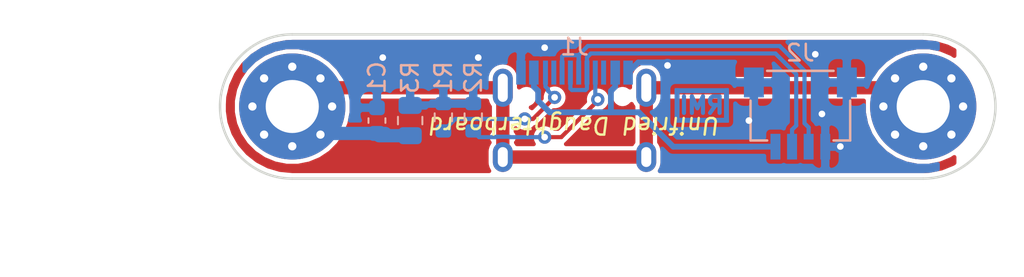
<source format=kicad_pcb>
(kicad_pcb (version 20211014) (generator pcbnew)
  (layers (0 "F.Cu" signal) (31 "B.Cu" signal) (34 "B.Paste" user) (35 "F.Paste" user) (36 "B.SilkS" user "B.Silkscreen") (37 "F.SilkS" user "F.Silkscreen") (38 "B.Mask" user) (39 "F.Mask" user) (44 "Edge.Cuts" user))
  (net 0 "")
  (net 1 "D+")
  (net 2 "GND")
  (net 3 "D-")
  (net 4 "VCC")
  (net 5 "Net-(J1-Pad10)")
  (net 6 "Net-(J1-Pad4)")
  (net 7 "Net-(J1-Pad9)")
  (net 8 "Net-(J1-Pad3)")
  (net 9 "SHIELD")
  (footprint "MountingHole:MountingHole_3.2mm_M3_Pad_Via" (layer "F.Cu") (at -54 5.65 180)
    (fp_text reference "MH2" hide)
    (fp_text value "Mount-M2")
    (pad "1" thru_hole circle locked (at 2.4 0 180) (size 0.8 0.8) (drill 0.5) (layers *.Cu *.Mask) (net 9 "SHIELD"))
    (pad "1" thru_hole circle locked (at -1.697056 -1.697056 180) (size 0.8 0.8) (drill 0.5) (layers *.Cu *.Mask) (net 9 "SHIELD"))
    (pad "1" thru_hole circle locked (at -2.4 0 180) (size 0.8 0.8) (drill 0.5) (layers *.Cu *.Mask) (net 9 "SHIELD"))
    (pad "1" thru_hole circle locked (at 0 0 180) (size 6.4 6.4) (drill 3.2) (layers *.Cu *.Mask) (net 9 "SHIELD"))
    (pad "1" thru_hole circle locked (at 0 2.4 180) (size 0.8 0.8) (drill 0.5) (layers *.Cu *.Mask) (net 9 "SHIELD"))
    (pad "1" thru_hole circle locked (at -1.697056 1.697056 180) (size 0.8 0.8) (drill 0.5) (layers *.Cu *.Mask) (net 9 "SHIELD"))
    (pad "1" thru_hole circle locked (at 0 -2.4 180) (size 0.8 0.8) (drill 0.5) (layers *.Cu *.Mask) (net 9 "SHIELD"))
    (pad "1" thru_hole circle locked (at 1.697056 -1.697056 180) (size 0.8 0.8) (drill 0.5) (layers *.Cu *.Mask) (net 9 "SHIELD"))
    (pad "1" thru_hole circle locked (at 1.697056 1.697056 180) (size 0.8 0.8) (drill 0.5) (layers *.Cu *.Mask) (net 9 "SHIELD"))
  )
  (footprint "MountingHole:MountingHole_3.2mm_M3_Pad_Via" (layer "F.Cu") (at -16 5.65 180)
    (fp_text reference "MH1" hide)
    (fp_text value "Mount-M2")
    (pad "1" thru_hole circle locked (at 1.697056 1.697056 180) (size 0.8 0.8) (drill 0.5) (layers *.Cu *.Mask) (net 9 "SHIELD"))
    (pad "1" thru_hole circle locked (at 1.697056 -1.697056 180) (size 0.8 0.8) (drill 0.5) (layers *.Cu *.Mask) (net 9 "SHIELD"))
    (pad "1" thru_hole circle locked (at -1.697056 1.697056 180) (size 0.8 0.8) (drill 0.5) (layers *.Cu *.Mask) (net 9 "SHIELD"))
    (pad "1" thru_hole circle locked (at 2.4 0 180) (size 0.8 0.8) (drill 0.5) (layers *.Cu *.Mask) (net 9 "SHIELD"))
    (pad "1" thru_hole circle locked (at 0 2.4 180) (size 0.8 0.8) (drill 0.5) (layers *.Cu *.Mask) (net 9 "SHIELD"))
    (pad "1" thru_hole circle locked (at 0 -2.4 180) (size 0.8 0.8) (drill 0.5) (layers *.Cu *.Mask) (net 9 "SHIELD"))
    (pad "1" thru_hole circle locked (at 0 0 180) (size 6.4 6.4) (drill 3.2) (layers *.Cu *.Mask) (net 9 "SHIELD"))
    (pad "1" thru_hole circle locked (at -2.4 0 180) (size 0.8 0.8) (drill 0.5) (layers *.Cu *.Mask) (net 9 "SHIELD"))
    (pad "1" thru_hole circle locked (at -1.697056 -1.697056 180) (size 0.8 0.8) (drill 0.5) (layers *.Cu *.Mask) (net 9 "SHIELD"))
  )
  (footprint "Resistor_SMD:R_0805_2012Metric" (layer "B.Cu") (at -46.9 6.5 -90)
    (fp_text reference "R3" (at -2.6 0 -90) (layer "B.SilkS") (effects (justify mirror)))
    (fp_text value "1M")
    (fp_line (start -0.227064 0.735) (end 0.227064 0.735) (layer "B.SilkS") (width 0.12))
    (fp_line (start -0.227064 -0.735) (end 0.227064 -0.735) (layer "B.SilkS") (width 0.12))
    (pad "1" smd roundrect locked (at -0.9125 0 270) (size 1.025 1.4) (layers "B.Cu" "B.Paste" "B.Mask") (roundrect_rratio 0.2439014634) (net 2 "GND"))
    (pad "2" smd roundrect locked (at 0.9125 0 270) (size 1.025 1.4) (layers "B.Cu" "B.Paste" "B.Mask") (roundrect_rratio 0.2439014634) (net 9 "SHIELD"))
  )
  (footprint "random-keyboard-parts:JST-SR-4" (layer "B.Cu") (at -23.4 3.3)
    (fp_text reference "J2" (at -0.005 -0.887 -180) (layer "B.SilkS") (effects (justify mirror)))
    (fp_text value "Conn_01x04")
    (fp_line (start -3 2) (end -3 4.4) (layer "B.SilkS") (width 0.15))
    (fp_line (start -3 4.4) (end -2 4.4) (layer "B.SilkS") (width 0.15))
    (fp_line (start 2 4.4) (end 3 4.4) (layer "B.SilkS") (width 0.15))
    (fp_line (start 3 4.4) (end 3 2) (layer "B.SilkS") (width 0.15))
    (fp_line (start 2 0.2) (end -2 0.2) (layer "B.SilkS") (width 0.15))
    (pad "1" smd rect locked (at -1.5 4.775) (size 0.6 1.55) (layers "B.Cu" "B.Paste" "B.Mask") (net 4 "VCC"))
    (pad "2" smd rect locked (at -0.5 4.775) (size 0.6 1.55) (layers "B.Cu" "B.Paste" "B.Mask") (net 3 "D-"))
    (pad "3" smd rect locked (at 0.5 4.775) (size 0.6 1.55) (layers "B.Cu" "B.Paste" "B.Mask") (net 1 "D+"))
    (pad "4" smd rect locked (at 1.5 4.775) (size 0.6 1.55) (layers "B.Cu" "B.Paste" "B.Mask") (net 2 "GND"))
    (pad "MP" smd rect locked (at 2.8 0.9) (size 1.2 1.8) (layers "B.Cu" "B.Paste" "B.Mask") (net 2 "GND"))
    (pad "MP" smd rect locked (at -2.8 0.9) (size 1.2 1.8) (layers "B.Cu" "B.Paste" "B.Mask") (net 2 "GND"))
  )
  (footprint "Resistor_SMD:R_0603_1608Metric" (layer "B.Cu") (at -43.1 6.3 90)
    (fp_text reference "R2" (at 2.4 0 270) (layer "B.SilkS") (effects (justify mirror)))
    (fp_text value "5.1k")
    (fp_line (start -0.237258 0.5225) (end 0.237258 0.5225) (layer "B.SilkS") (width 0.12))
    (fp_line (start -0.237258 -0.5225) (end 0.237258 -0.5225) (layer "B.SilkS") (width 0.12))
    (pad "1" smd roundrect locked (at -0.825 0 90) (size 0.8 0.95) (layers "B.Cu" "B.Paste" "B.Mask") (net 6 "Net-(J1-Pad4)"))
    (pad "2" smd roundrect locked (at 0.825 0 90) (size 0.8 0.95) (layers "B.Cu" "B.Paste" "B.Mask") (net 2 "GND"))
  )
  (footprint "Resistor_SMD:R_0603_1608Metric" (layer "B.Cu") (at -44.9 6.3 90)
    (fp_text reference "R1" (at 2.4 0 270) (layer "B.SilkS") (effects (justify mirror)))
    (fp_text value "5.1k")
    (fp_line (start -0.237258 0.5225) (end 0.237258 0.5225) (layer "B.SilkS") (width 0.12))
    (fp_line (start -0.237258 -0.5225) (end 0.237258 -0.5225) (layer "B.SilkS") (width 0.12))
    (pad "1" smd roundrect locked (at -0.825 0 90) (size 0.8 0.95) (layers "B.Cu" "B.Paste" "B.Mask") (net 5 "Net-(J1-Pad10)"))
    (pad "2" smd roundrect locked (at 0.825 0 90) (size 0.8 0.95) (layers "B.Cu" "B.Paste" "B.Mask") (net 2 "GND"))
  )
  (footprint "Capacitor_SMD:C_0603_1608Metric" (layer "B.Cu") (at -48.9 6.5 -90)
    (fp_text reference "C1" (at -2.6 0 -90) (layer "B.SilkS") (effects (justify mirror)))
    (fp_text value "4.7n")
    (fp_line (start -0.14058 -0.51) (end 0.14058 -0.51) (layer "B.SilkS") (width 0.12))
    (fp_line (start -0.14058 0.51) (end 0.14058 0.51) (layer "B.SilkS") (width 0.12))
    (pad "1" smd roundrect locked (at -0.775 0 270) (size 0.9 0.95) (layers "B.Cu" "B.Paste" "B.Mask") (net 2 "GND"))
    (pad "2" smd roundrect locked (at 0.775 0 270) (size 0.9 0.95) (layers "B.Cu" "B.Paste" "B.Mask") (net 9 "SHIELD"))
  )
  (footprint "Ramon:Signature_ExtraSmall" (layer "B.Cu") (at -29.337 5.588)
    (fp_text reference "G1" hide)
    (fp_text value "Signature")
    (fp_text user "RMI" (at 0 0) (layer "B.Cu") (effects (font (thickness 0.25)) (justify mirror)))
    (fp_poly (pts (xy -1.389066 -0.99219) (xy -1.587504 -0.99219) (xy -1.587504 0.99219) (xy -1.389066 0.99219)) (layer "B.Cu") (width 0.1) (fill solid))
    (fp_poly (pts (xy 1.587504 0.79375) (xy -1.587504 0.79375) (xy -1.587504 0.99219) (xy 1.587504 0.99219)) (layer "B.Cu") (width 0.1) (fill solid))
    (fp_poly (pts (xy 1.587504 -0.99219) (xy -1.587504 -0.99219) (xy -1.587504 -0.79375) (xy 1.587504 -0.79375)) (layer "B.Cu") (width 0.1) (fill solid))
    (fp_poly (pts (xy 1.587504 -0.99219) (xy 1.389066 -0.99219) (xy 1.389066 0.99219) (xy 1.587504 0.99219)) (layer "B.Cu") (width 0.1) (fill solid))
  )
  (footprint "Type-C:HRO-TYPE-C-31-M-12-jlc" (layer "B.Cu") (at -37 11.3 180)
    (fp_text reference "J1" (at 0 9.25) (layer "B.SilkS") (effects (justify mirror)))
    (fp_text value "HRO-TYPE-C-31-M-12")
    (pad "" np_thru_hole circle locked (at 2.89 6.25 180) (size 0.65 0.65) (drill 0.65) (layers *.Cu *.Mask))
    (pad "" np_thru_hole circle locked (at -2.89 6.25 180) (size 0.65 0.65) (drill 0.65) (layers *.Cu *.Mask))
    (pad "1" smd rect locked (at -3.225 7.695 180) (size 0.575 1.45) (layers "B.Cu" "B.Paste" "B.Mask") (net 2 "GND"))
    (pad "2" smd rect locked (at -2.45 7.695 180) (size 0.575 1.45) (layers "B.Cu" "B.Paste" "B.Mask") (net 4 "VCC"))
    (pad "3" smd rect locked (at -1.75 7.695 180) (size 0.3 1.45) (layers "B.Cu" "B.Paste" "B.Mask") (net 8 "Net-(J1-Pad3)"))
    (pad "4" smd rect locked (at -1.25 7.695 180) (size 0.3 1.45) (layers "B.Cu" "B.Paste" "B.Mask") (net 6 "Net-(J1-Pad4)"))
    (pad "5" smd rect locked (at -0.75 7.695 180) (size 0.3 1.45) (layers "B.Cu" "B.Paste" "B.Mask") (net 3 "D-"))
    (pad "6" smd rect locked (at -0.25 7.695 180) (size 0.3 1.45) (layers "B.Cu" "B.Paste" "B.Mask") (net 1 "D+"))
    (pad "7" smd rect locked (at 0.25 7.695 180) (size 0.3 1.45) (layers "B.Cu" "B.Paste" "B.Mask") (net 3 "D-"))
    (pad "8" smd rect locked (at 0.75 7.695 180) (size 0.3 1.45) (layers "B.Cu" "B.Paste" "B.Mask") (net 1 "D+"))
    (pad "9" smd rect locked (at 1.25 7.695 180) (size 0.3 1.45) (layers "B.Cu" "B.Paste" "B.Mask") (net 7 "Net-(J1-Pad9)"))
    (pad "10" smd rect locked (at 1.75 7.695 180) (size 0.3 1.45) (layers "B.Cu" "B.Paste" "B.Mask") (net 5 "Net-(J1-Pad10)"))
    (pad "11" smd rect locked (at 2.45 7.695 180) (size 0.575 1.45) (layers "B.Cu" "B.Paste" "B.Mask") (net 4 "VCC"))
    (pad "12" smd rect locked (at 3.225 7.695 180) (size 0.575 1.45) (layers "B.Cu" "B.Paste" "B.Mask") (net 2 "GND"))
    (pad "13" thru_hole oval locked (at 4.32 6.78 180) (size 1.2 2.3) (drill oval 0.6 1.7) (layers *.Cu *.Mask) (net 9 "SHIELD"))
    (pad "13" thru_hole oval locked (at -4.32 2.6 180) (size 1.2 1.8) (drill oval 0.6 1.2) (layers *.Cu *.Mask) (net 9 "SHIELD"))
    (pad "13" thru_hole oval locked (at 4.32 2.6 180) (size 1.2 1.8) (drill oval 0.6 1.2) (layers *.Cu *.Mask) (net 9 "SHIELD"))
    (pad "13" thru_hole oval locked (at -4.32 6.78 180) (size 1.2 2.3) (drill oval 0.6 1.7) (layers *.Cu *.Mask) (net 9 "SHIELD"))
  )
  (gr_line (start -16 1.3) (end -54 1.3) (layer "Edge.Cuts") (width 0.15))
  (gr_arc (start -16 1.3) (mid -11.65 5.65) (end -16 10) (layer "Edge.Cuts") (width 0.15))
  (gr_arc (start -54 10) (mid -58.35 5.65) (end -54 1.3) (layer "Edge.Cuts") (width 0.15))
  (gr_line (start -16 10) (end -54 10) (layer "Edge.Cuts") (width 0.15))
  (gr_text "Unifried Daughterboard" (at -37 6.8 180) (layer "F.SilkS") (effects (font (size 1 1) (thickness 0.15) italic)))
  (segment (start -36.75 3.605) (end -36.75 2.644998) (width 0.25) (layer "B.Cu") (net 1))
  (segment (start -36.75 2.644998) (end -36.839999 2.554999) (width 0.25) (layer "B.Cu") (net 1))
  (segment (start -37.75 2.644998) (end -37.75 3.605) (width 0.25) (layer "B.Cu") (net 1))
  (segment (start -36.839999 2.554999) (end -37.660001 2.554999) (width 0.25) (layer "B.Cu") (net 1))
  (segment (start -37.660001 2.554999) (end -37.75 2.644998) (width 0.25) (layer "B.Cu") (net 1))
  (segment (start -36.75 3.605) (end -36.75 2.55) (width 0.25) (layer "B.Cu") (net 1))
  (segment (start -22.9 6.912499) (end -22.9 8.075) (width 0.25) (layer "B.Cu") (net 1))
  (segment (start -24.646446 2) (end -23.15 3.496446) (width 0.25) (layer "B.Cu") (net 1))
  (segment (start -36.75 2.55) (end -36.2 2) (width 0.25) (layer "B.Cu") (net 1))
  (segment (start -23.15 3.496446) (end -23.15 6.662499) (width 0.25) (layer "B.Cu") (net 1))
  (segment (start -23.15 6.662499) (end -22.9 6.912499) (width 0.25) (layer "B.Cu") (net 1))
  (segment (start -36.2 2) (end -24.646446 2) (width 0.25) (layer "B.Cu") (net 1))
  (via (at -42.8 2.7) (size 0.8) (drill 0.4) (layers "F.Cu" "B.Cu") (net 2))
  (via (at -38.8 2.1) (size 0.8) (drill 0.4) (layers "F.Cu" "B.Cu") (net 2))
  (via (at -22.1 6.1) (size 0.8) (drill 0.4) (layers "F.Cu" "B.Cu") (net 2))
  (via (at -31.4 3.17501) (size 0.8) (drill 0.4) (layers "F.Cu" "B.Cu") (net 2))
  (via (at -22.5 2.5) (size 0.8) (drill 0.4) (layers "F.Cu" "B.Cu") (net 2))
  (via (at -26.5 6.5) (size 0.8) (drill 0.4) (layers "F.Cu" "B.Cu") (net 2))
  (via (at -48.55 2.7) (size 0.8) (drill 0.4) (layers "F.Cu" "B.Cu") (net 2))
  (via (at -20.992 8.0645) (size 0.8) (drill 0.4) (layers "F.Cu" "B.Cu") (net 2))
  (segment (start -31.58002 2.99499) (end -31.4 3.17501) (width 0.35) (layer "B.Cu") (net 2))
  (segment (start -40.225 3.605) (end -40.225 2.53) (width 0.35) (layer "B.Cu") (net 2))
  (segment (start -33.16499 2.99499) (end -31.58002 2.99499) (width 0.35) (layer "B.Cu") (net 2))
  (segment (start -33.775 3.605) (end -33.16499 2.99499) (width 0.35) (layer "B.Cu") (net 2))
  (segment (start -40.225 2.53) (end -39.795 2.1) (width 0.35) (layer "B.Cu") (net 2))
  (segment (start -39.795 2.1) (end -38.8 2.1) (width 0.35) (layer "B.Cu") (net 2))
  (segment (start -22.1 4.6) (end -21.7 4.2) (width 0.5) (layer "B.Cu") (net 2))
  (segment (start -22.1 6.1) (end -22.1 4.6) (width 0.5) (layer "B.Cu") (net 2))
  (segment (start -20.6 4.2) (end -21.7 4.2) (width 0.5) (layer "B.Cu") (net 2))
  (segment (start -36.339999 4.655001) (end -37.160001 4.655001) (width 0.25) (layer "B.Cu") (net 3))
  (segment (start -36.25 3.605) (end -36.25 4.565002) (width 0.25) (layer "B.Cu") (net 3))
  (segment (start -36.25 4.565002) (end -36.339999 4.655001) (width 0.25) (layer "B.Cu") (net 3))
  (segment (start -37.160001 4.655001) (end -37.25 4.565002) (width 0.25) (layer "B.Cu") (net 3))
  (segment (start -37.25 4.565002) (end -37.25 3.605) (width 0.25) (layer "B.Cu") (net 3))
  (segment (start -23.9 7.05) (end -23.65 6.8) (width 0.25) (layer "B.Cu") (net 3))
  (segment (start -23.9 8.075) (end -23.9 7.05) (width 0.25) (layer "B.Cu") (net 3))
  (segment (start -23.65 3.703554) (end -24.903554 2.45) (width 0.25) (layer "B.Cu") (net 3))
  (segment (start -23.65 6.8) (end -23.65 3.703554) (width 0.25) (layer "B.Cu") (net 3))
  (segment (start -36.25 2.68641) (end -36.25 3.605) (width 0.25) (layer "B.Cu") (net 3))
  (segment (start -24.903554 2.45) (end -36.01359 2.45) (width 0.25) (layer "B.Cu") (net 3))
  (segment (start -36.01359 2.45) (end -36.25 2.68641) (width 0.25) (layer "B.Cu") (net 3))
  (segment (start -33.128872 6) (end -34.9 6) (width 0.35) (layer "B.Cu") (net 4))
  (segment (start -31.053872 8.075) (end -33.128872 6) (width 0.35) (layer "B.Cu") (net 4))
  (segment (start -34.810001 4.713999) (end -34.810001 5.910001) (width 0.35) (layer "B.Cu") (net 4))
  (segment (start -38.5 6) (end -39.189999 5.310001) (width 0.35) (layer "B.Cu") (net 4))
  (segment (start -34.9 6) (end -35.5 6) (width 0.35) (layer "B.Cu") (net 4))
  (segment (start -34.55 3.605) (end -34.55 4.453998) (width 0.35) (layer "B.Cu") (net 4))
  (segment (start -39.45 4.453998) (end -39.45 3.605) (width 0.35) (layer "B.Cu") (net 4))
  (segment (start -39.189999 5.310001) (end -39.189999 4.713999) (width 0.35) (layer "B.Cu") (net 4))
  (segment (start -34.810001 5.910001) (end -34.9 6) (width 0.35) (layer "B.Cu") (net 4))
  (segment (start -35.5 6) (end -38.5 6) (width 0.35) (layer "B.Cu") (net 4))
  (segment (start -39.189999 4.713999) (end -39.45 4.453998) (width 0.35) (layer "B.Cu") (net 4))
  (segment (start -34.55 4.453998) (end -34.810001 4.713999) (width 0.35) (layer "B.Cu") (net 4))
  (segment (start -31.053872 8.075) (end -26.342 8.075) (width 0.35) (layer "B.Cu") (net 4))
  (segment (start -24.9 8.075) (end -26.342 8.075) (width 0.35) (layer "B.Cu") (net 4))
  (segment (start -26.342 8.075) (end -27.153872 8.075) (width 0.35) (layer "B.Cu") (net 4))
  (segment (start -38.2 5.1) (end -39.5 6.4) (width 0.25) (layer "F.Cu") (net 5))
  (segment (start -39.5 6.4) (end -40 6.4) (width 0.25) (layer "F.Cu") (net 5))
  (segment (start -38.25 5.05) (end -38.2 5.1) (width 0.25) (layer "F.Cu") (net 5))
  (via (at -38.2 5.1) (size 0.8) (drill 0.4) (layers "F.Cu" "B.Cu") (net 5))
  (via (at -40 6.4) (size 0.8) (drill 0.4) (layers "F.Cu" "B.Cu") (net 5))
  (segment (start -38.75 3.605) (end -38.75 4.446878) (width 0.25) (layer "B.Cu") (net 5))
  (segment (start -38.75 4.446878) (end -38.599999 4.596879) (width 0.25) (layer "B.Cu") (net 5))
  (segment (start -38.599999 4.596879) (end -38.599999 4.700001) (width 0.25) (layer "B.Cu") (net 5))
  (segment (start -38.599999 4.700001) (end -38.2 5.1) (width 0.25) (layer "B.Cu") (net 5))
  (segment (start -44.175 6.4) (end -44.9 7.125) (width 0.25) (layer "B.Cu") (net 5))
  (segment (start -40 6.4) (end -44.175 6.4) (width 0.25) (layer "B.Cu") (net 5))
  (segment (start -35.6 5.3) (end -37.8 7.5) (width 0.25) (layer "F.Cu") (net 6))
  (segment (start -37.8 7.5) (end -38.8 7.5) (width 0.25) (layer "F.Cu") (net 6))
  (via (at -38.8 7.5) (size 0.8) (drill 0.4) (layers "F.Cu" "B.Cu") (net 6))
  (via (at -35.6 5.225) (size 0.8) (drill 0.4) (layers "F.Cu" "B.Cu") (net 6))
  (segment (start -35.75 3.605) (end -35.75 5.075) (width 0.25) (layer "B.Cu") (net 6))
  (segment (start -35.75 5.075) (end -35.6 5.225) (width 0.25) (layer "B.Cu") (net 6))
  (segment (start -38.8 7.5) (end -40.911839 7.5) (width 0.25) (layer "B.Cu") (net 6))
  (segment (start -42.725 7.5) (end -43.1 7.125) (width 0.25) (layer "B.Cu") (net 6))
  (segment (start -35.6 5.225) (end -35.6 5.3) (width 0.25) (layer "B.Cu") (net 6))
  (segment (start -40.936849 7.47499) (end -41.703151 7.47499) (width 0.25) (layer "B.Cu") (net 6))
  (segment (start -41.728161 7.5) (end -42.75 7.5) (width 0.25) (layer "B.Cu") (net 6))
  (segment (start -42.75 7.5) (end -43.1 7.15) (width 0.25) (layer "B.Cu") (net 6))
  (segment (start -41.32 8.7) (end -41.32 4.52) (width 0.8) (layer "F.Cu") (net 9))
  (segment (start -32.68 4.52) (end -32.68 8.7) (width 0.8) (layer "F.Cu") (net 9))
  (segment (start -40.911839 7.5) (end -40.936849 7.47499) (width 0.25) (layer "F.Cu") (net 9))
  (segment (start -32.68 8.7) (end -41.32 8.7) (width 0.8) (layer "F.Cu") (net 9))
  (segment (start -41.703151 7.47499) (end -41.728161 7.5) (width 0.25) (layer "F.Cu") (net 9))
  (segment (start -32.68 4.52) (end -17.13 4.52) (width 0.8) (layer "F.Cu") (net 9))
  (segment (start -52.87 4.52) (end -54 5.65) (width 0.8) (layer "F.Cu") (net 9))
  (segment (start -52.375 7.275) (end -54 5.65) (width 0.8) (layer "F.Cu") (net 9))
  (segment (start -41.32 4.52) (end -52.87 4.52) (width 0.8) (layer "F.Cu") (net 9))
  (segment (start -46.9 7.4125) (end -48.7625 7.4125) (width 0.8) (layer "B.Cu") (net 9))
  (segment (start -48.7625 7.4125) (end -48.9 7.275) (width 0.8) (layer "B.Cu") (net 9))
  (segment (start -48.4 7.275) (end -52.375 7.275) (width 0.8) (layer "B.Cu") (net 9))
  (zone (net 2) (net_name "GND") (layer "F.Cu") (connect_pads (clearance 0.254)) (min_thickness 0.254) (fill yes (thermal_gap 0.508) (thermal_bridge_width 0.508))
    (polygon (pts (xy -58 1.3) (xy -14 1.3) (xy -14 10.3) (xy -58 10.3)))
  )
  (zone (net 2) (net_name "GND") (layer "B.Cu") (connect_pads (clearance 0.254)) (min_thickness 0.254) (fill yes (thermal_gap 0.508) (thermal_bridge_width 0.508))
    (polygon (pts (xy -57 0.3) (xy -15 0.3) (xy -15 11.3) (xy -57 11.3)))
  )
)
</source>
